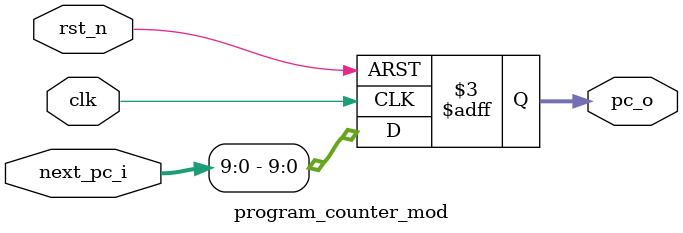
<source format=sv>


module program_counter_mod #(parameter N = 10)( 
  input  wire      	 	clk,
  input  wire      	 	rst_n,
  // ----------------------------------
  // Data Inputs
  // ----------------------------------
  input  wire      	 	[31:0]next_pc_i,
  

  // ----------------------------------
  // Outputs
  // ----------------------------------
  output reg      	   	 [N-1:0]pc_o
);

  always @(posedge clk or negedge rst_n) begin
    if(~rst_n) begin
      pc_o <= {N{1'b0}};
    end
    else begin
      pc_o <= next_pc_i[N-1:0];
    end
  end

  
endmodule  


</source>
